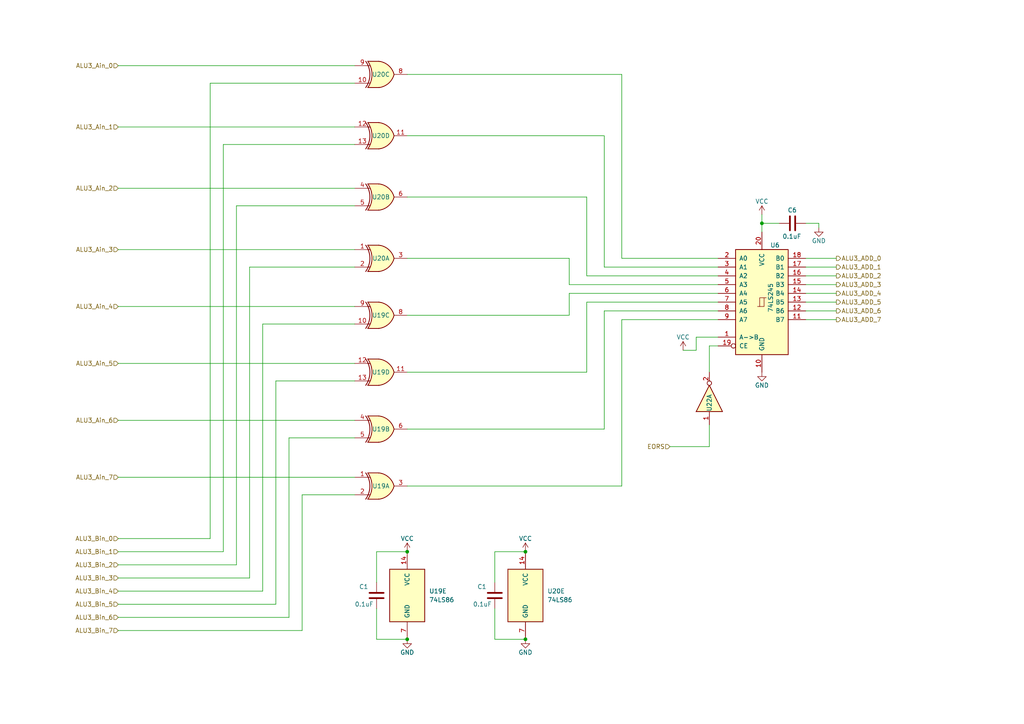
<source format=kicad_sch>
(kicad_sch (version 20230121) (generator eeschema)
  (paper "A4")
  (title_block (title "PRP-6502 -- ALU3 : EORS") (date "2023-07-10") (rev "1") (company "PRP-DIY"))
  (lib_symbols
    (symbol "74xx:74LS04"
      (property "Reference" "U" (at 0 1.27 0))
      (property "Value" "74LS04" (at 0 -1.27 0))
      (symbol "74LS04_1_0"
        (polyline (pts (xy -3.81 3.81) (xy -3.81 -3.81) (xy 3.81 0) (xy -3.81 3.81)) (stroke (width 0.254)) (fill (type background)))
        (pin input line (at -7.62 0 0) (length 3.81) (name "~") (number "1"))
        (pin output inverted (at 7.62 0 180) (length 3.81) (name "~") (number "2"))
      )
      (symbol "74LS04_2_0"
        (polyline (pts (xy -3.81 3.81) (xy -3.81 -3.81) (xy 3.81 0) (xy -3.81 3.81)) (stroke (width 0.254)) (fill (type background)))
        (pin input line (at -7.62 0 0) (length 3.81) (name "~") (number "3"))
        (pin output inverted (at 7.62 0 180) (length 3.81) (name "~") (number "4"))
      )
      (symbol "74LS04_3_0"
        (polyline (pts (xy -3.81 3.81) (xy -3.81 -3.81) (xy 3.81 0) (xy -3.81 3.81)) (stroke (width 0.254)) (fill (type background)))
        (pin input line (at -7.62 0 0) (length 3.81) (name "~") (number "5"))
        (pin output inverted (at 7.62 0 180) (length 3.81) (name "~") (number "6"))
      )
      (symbol "74LS04_4_0"
        (polyline (pts (xy -3.81 3.81) (xy -3.81 -3.81) (xy 3.81 0) (xy -3.81 3.81)) (stroke (width 0.254)) (fill (type background)))
        (pin output inverted (at 7.62 0 180) (length 3.81) (name "~") (number "8"))
        (pin input line (at -7.62 0 0) (length 3.81) (name "~") (number "9"))
      )
      (symbol "74LS04_5_0"
        (polyline (pts (xy -3.81 3.81) (xy -3.81 -3.81) (xy 3.81 0) (xy -3.81 3.81)) (stroke (width 0.254)) (fill (type background)))
        (pin output inverted (at 7.62 0 180) (length 3.81) (name "~") (number "10"))
        (pin input line (at -7.62 0 0) (length 3.81) (name "~") (number "11"))
      )
      (symbol "74LS04_6_0"
        (polyline (pts (xy -3.81 3.81) (xy -3.81 -3.81) (xy 3.81 0) (xy -3.81 3.81)) (stroke (width 0.254)) (fill (type background)))
        (pin output inverted (at 7.62 0 180) (length 3.81) (name "~") (number "12"))
        (pin input line (at -7.62 0 0) (length 3.81) (name "~") (number "13"))
      )
      (symbol "74LS04_7_0"
        (pin power_in line (at 0 12.7 270) (length 5.08) (name "VCC") (number "14"))
        (pin power_in line (at 0 -12.7 90) (length 5.08) (name "GND") (number "7"))
      )
      (symbol "74LS04_7_1"
        (rectangle (start -5.08 7.62) (end 5.08 -7.62) (stroke (width 0.254)) (fill (type background)))
      )
    )
    (symbol "74xx:74LS245" (pin_names (offset 1.016))
      (property "Reference" "U" (at -7.62 16.51 0))
      (property "Value" "74LS245" (at -7.62 -16.51 0))
      (symbol "74LS245_1_0"
        (polyline (pts (xy -0.635 -1.27) (xy -0.635 1.27) (xy 0.635 1.27)))
        (polyline (pts (xy -1.27 -1.27) (xy 0.635 -1.27) (xy 0.635 1.27) (xy 1.27 1.27)))
        (pin input line (at -12.7 -10.16 0) (length 5.08) (name "A->B") (number "1"))
        (pin power_in line (at 0 -20.32 90) (length 5.08) (name "GND") (number "10"))
        (pin tri_state line (at 12.7 -5.08 180) (length 5.08) (name "B7") (number "11"))
        (pin tri_state line (at 12.7 -2.54 180) (length 5.08) (name "B6") (number "12"))
        (pin tri_state line (at 12.7 0 180) (length 5.08) (name "B5") (number "13"))
        (pin tri_state line (at 12.7 2.54 180) (length 5.08) (name "B4") (number "14"))
        (pin tri_state line (at 12.7 5.08 180) (length 5.08) (name "B3") (number "15"))
        (pin tri_state line (at 12.7 7.62 180) (length 5.08) (name "B2") (number "16"))
        (pin tri_state line (at 12.7 10.16 180) (length 5.08) (name "B1") (number "17"))
        (pin tri_state line (at 12.7 12.7 180) (length 5.08) (name "B0") (number "18"))
        (pin input inverted (at -12.7 -12.7 0) (length 5.08) (name "CE") (number "19"))
        (pin tri_state line (at -12.7 12.7 0) (length 5.08) (name "A0") (number "2"))
        (pin power_in line (at 0 20.32 270) (length 5.08) (name "VCC") (number "20"))
        (pin tri_state line (at -12.7 10.16 0) (length 5.08) (name "A1") (number "3"))
        (pin tri_state line (at -12.7 7.62 0) (length 5.08) (name "A2") (number "4"))
        (pin tri_state line (at -12.7 5.08 0) (length 5.08) (name "A3") (number "5"))
        (pin tri_state line (at -12.7 2.54 0) (length 5.08) (name "A4") (number "6"))
        (pin tri_state line (at -12.7 0 0) (length 5.08) (name "A5") (number "7"))
        (pin tri_state line (at -12.7 -2.54 0) (length 5.08) (name "A6") (number "8"))
        (pin tri_state line (at -12.7 -5.08 0) (length 5.08) (name "A7") (number "9"))
      )
      (symbol "74LS245_1_1"
        (rectangle (start -7.62 15.24) (end 7.62 -15.24) (stroke (width 0.254)) (fill (type background)))
      )
    )
    (symbol "74xx:74LS86" (pin_names (offset 1.016))
      (property "Reference" "U" (at 0 1.27 0))
      (property "Value" "74LS86" (at 0 -1.27 0))
      (symbol "74LS86_1_0"
        (arc (start -4.4196 -3.81) (mid -3.2033 0) (end -4.4196 3.81) (stroke (width 0.254)))
        (arc (start -3.81 -3.81) (mid -2.589 0) (end -3.81 3.81) (stroke (width 0.254)))
        (arc (start -0.6096 -3.81) (mid 2.1842 -2.5851) (end 3.81 0) (stroke (width 0.254)) (fill (type background)))
        (polyline (pts (xy -3.81 -3.81) (xy -0.635 -3.81)) (stroke (width 0.254)) (fill (type background)))
        (polyline (pts (xy -3.81 3.81) (xy -0.635 3.81)) (stroke (width 0.254)) (fill (type background)))
        (polyline (pts (xy -0.635 3.81) (xy -3.81 3.81) (xy -3.81 3.81) (xy -3.556 3.4036) (xy -3.0226 2.2606) (xy -2.6924 1.0414) (xy -2.6162 -0.254) (xy -2.7686 -1.4986) (xy -3.175 -2.7178) (xy -3.81 -3.81) (xy -3.81 -3.81) (xy -0.635 -3.81)) (stroke (width -25.4)) (fill (type background)))
        (arc (start 3.81 0) (mid 2.1915 2.5936) (end -0.6096 3.81) (stroke (width 0.254)) (fill (type background)))
        (pin input line (at -7.62 2.54 0) (length 4.445) (name "~") (number "1"))
        (pin input line (at -7.62 -2.54 0) (length 4.445) (name "~") (number "2"))
        (pin output line (at 7.62 0 180) (length 3.81) (name "~") (number "3"))
      )
      (symbol "74LS86_1_1"
        (polyline (pts (xy -3.81 -2.54) (xy -3.175 -2.54)) (stroke (width 0.1524)))
        (polyline (pts (xy -3.81 2.54) (xy -3.175 2.54)) (stroke (width 0.1524)))
      )
      (symbol "74LS86_2_0"
        (arc (start -4.4196 -3.81) (mid -3.2033 0) (end -4.4196 3.81) (stroke (width 0.254)))
        (arc (start -3.81 -3.81) (mid -2.589 0) (end -3.81 3.81) (stroke (width 0.254)))
        (arc (start -0.6096 -3.81) (mid 2.1842 -2.5851) (end 3.81 0) (stroke (width 0.254)) (fill (type background)))
        (polyline (pts (xy -3.81 -3.81) (xy -0.635 -3.81)) (stroke (width 0.254)) (fill (type background)))
        (polyline (pts (xy -3.81 3.81) (xy -0.635 3.81)) (stroke (width 0.254)) (fill (type background)))
        (polyline (pts (xy -0.635 3.81) (xy -3.81 3.81) (xy -3.81 3.81) (xy -3.556 3.4036) (xy -3.0226 2.2606) (xy -2.6924 1.0414) (xy -2.6162 -0.254) (xy -2.7686 -1.4986) (xy -3.175 -2.7178) (xy -3.81 -3.81) (xy -3.81 -3.81) (xy -0.635 -3.81)) (stroke (width -25.4)) (fill (type background)))
        (arc (start 3.81 0) (mid 2.1915 2.5936) (end -0.6096 3.81) (stroke (width 0.254)) (fill (type background)))
        (pin input line (at -7.62 2.54 0) (length 4.445) (name "~") (number "4"))
        (pin input line (at -7.62 -2.54 0) (length 4.445) (name "~") (number "5"))
        (pin output line (at 7.62 0 180) (length 3.81) (name "~") (number "6"))
      )
      (symbol "74LS86_2_1"
        (polyline (pts (xy -3.81 -2.54) (xy -3.175 -2.54)) (stroke (width 0.1524)))
        (polyline (pts (xy -3.81 2.54) (xy -3.175 2.54)) (stroke (width 0.1524)))
      )
      (symbol "74LS86_3_0"
        (arc (start -4.4196 -3.81) (mid -3.2033 0) (end -4.4196 3.81) (stroke (width 0.254)))
        (arc (start -3.81 -3.81) (mid -2.589 0) (end -3.81 3.81) (stroke (width 0.254)))
        (arc (start -0.6096 -3.81) (mid 2.1842 -2.5851) (end 3.81 0) (stroke (width 0.254)) (fill (type background)))
        (polyline (pts (xy -3.81 -3.81) (xy -0.635 -3.81)) (stroke (width 0.254)) (fill (type background)))
        (polyline (pts (xy -3.81 3.81) (xy -0.635 3.81)) (stroke (width 0.254)) (fill (type background)))
        (polyline (pts (xy -0.635 3.81) (xy -3.81 3.81) (xy -3.81 3.81) (xy -3.556 3.4036) (xy -3.0226 2.2606) (xy -2.6924 1.0414) (xy -2.6162 -0.254) (xy -2.7686 -1.4986) (xy -3.175 -2.7178) (xy -3.81 -3.81) (xy -3.81 -3.81) (xy -0.635 -3.81)) (stroke (width -25.4)) (fill (type background)))
        (arc (start 3.81 0) (mid 2.1915 2.5936) (end -0.6096 3.81) (stroke (width 0.254)) (fill (type background)))
        (pin input line (at -7.62 -2.54 0) (length 4.445) (name "~") (number "10"))
        (pin output line (at 7.62 0 180) (length 3.81) (name "~") (number "8"))
        (pin input line (at -7.62 2.54 0) (length 4.445) (name "~") (number "9"))
      )
      (symbol "74LS86_3_1"
        (polyline (pts (xy -3.81 -2.54) (xy -3.175 -2.54)) (stroke (width 0.1524)))
        (polyline (pts (xy -3.81 2.54) (xy -3.175 2.54)) (stroke (width 0.1524)))
      )
      (symbol "74LS86_4_0"
        (arc (start -4.4196 -3.81) (mid -3.2033 0) (end -4.4196 3.81) (stroke (width 0.254)))
        (arc (start -3.81 -3.81) (mid -2.589 0) (end -3.81 3.81) (stroke (width 0.254)))
        (arc (start -0.6096 -3.81) (mid 2.1842 -2.5851) (end 3.81 0) (stroke (width 0.254)) (fill (type background)))
        (polyline (pts (xy -3.81 -3.81) (xy -0.635 -3.81)) (stroke (width 0.254)) (fill (type background)))
        (polyline (pts (xy -3.81 3.81) (xy -0.635 3.81)) (stroke (width 0.254)) (fill (type background)))
        (polyline (pts (xy -0.635 3.81) (xy -3.81 3.81) (xy -3.81 3.81) (xy -3.556 3.4036) (xy -3.0226 2.2606) (xy -2.6924 1.0414) (xy -2.6162 -0.254) (xy -2.7686 -1.4986) (xy -3.175 -2.7178) (xy -3.81 -3.81) (xy -3.81 -3.81) (xy -0.635 -3.81)) (stroke (width -25.4)) (fill (type background)))
        (arc (start 3.81 0) (mid 2.1915 2.5936) (end -0.6096 3.81) (stroke (width 0.254)) (fill (type background)))
        (pin output line (at 7.62 0 180) (length 3.81) (name "~") (number "11"))
        (pin input line (at -7.62 2.54 0) (length 4.445) (name "~") (number "12"))
        (pin input line (at -7.62 -2.54 0) (length 4.445) (name "~") (number "13"))
      )
      (symbol "74LS86_4_1"
        (polyline (pts (xy -3.81 -2.54) (xy -3.175 -2.54)) (stroke (width 0.1524)))
        (polyline (pts (xy -3.81 2.54) (xy -3.175 2.54)) (stroke (width 0.1524)))
      )
      (symbol "74LS86_5_0"
        (pin power_in line (at 0 12.7 270) (length 5.08) (name "VCC") (number "14"))
        (pin power_in line (at 0 -12.7 90) (length 5.08) (name "GND") (number "7"))
      )
      (symbol "74LS86_5_1"
        (rectangle (start -5.08 7.62) (end 5.08 -7.62) (stroke (width 0.254)) (fill (type background)))
      )
    )
    (symbol "Device:C" (pin_numbers hide) (pin_names (offset 0.254))
      (property "Reference" "C" (at 0.635 2.54 0))
      (property "Value" "C" (at 0.635 -2.54 0))
      (symbol "C_0_1"
        (polyline (pts (xy -2.032 -0.762) (xy 2.032 -0.762)) (stroke (width 0.508)))
        (polyline (pts (xy -2.032 0.762) (xy 2.032 0.762)) (stroke (width 0.508)))
      )
      (symbol "C_1_1"
        (pin passive line (at 0 3.81 270) (length 2.794) (name "~") (number "1"))
        (pin passive line (at 0 -3.81 90) (length 2.794) (name "~") (number "2"))
      )
    )
    (symbol "power:GND" (power) (pin_names (offset 0))
      (property "Value" "GND" (at 0 -3.81 0))
      (symbol "GND_0_1"
        (polyline (pts (xy 0 0) (xy 0 -1.27) (xy 1.27 -1.27) (xy 0 -2.54) (xy -1.27 -1.27) (xy 0 -1.27)))
      )
      (symbol "GND_1_1"
        (pin power_in line (at 0 0 270) (length 0) hide (name "GND") (number "1"))
      )
    )
    (symbol "power:VCC" (power) (pin_names (offset 0))
      (property "Value" "VCC" (at 0 3.81 0))
      (symbol "VCC_0_1"
        (polyline (pts (xy -0.762 1.27) (xy 0 2.54)))
        (polyline (pts (xy 0 0) (xy 0 2.54)))
        (polyline (pts (xy 0 2.54) (xy 0.762 1.27)))
      )
      (symbol "VCC_1_1"
        (pin power_in line (at 0 0 90) (length 0) hide (name "VCC") (number "1"))
      )
    )
  )
  (junction (at 152.4 160.02))
  (junction (at 152.4 185.42))
  (junction (at 118.11 185.42))
  (junction (at 220.98 64.77))
  (junction (at 118.11 160.02))
  (wire (pts (xy 83.82 179.07) (xy 83.82 127)))
  (wire (pts (xy 233.68 92.71) (xy 242.57 92.71)))
  (wire (pts (xy 170.18 87.63) (xy 208.28 87.63)))
  (wire (pts (xy 201.93 101.6) (xy 201.93 97.79)))
  (wire (pts (xy 118.11 107.95) (xy 170.18 107.95)))
  (wire (pts (xy 68.58 59.69) (xy 102.87 59.69)))
  (wire (pts (xy 34.29 138.43) (xy 102.87 138.43)))
  (wire (pts (xy 68.58 163.83) (xy 68.58 59.69)))
  (wire (pts (xy 34.29 156.21) (xy 60.96 156.21)))
  (wire (pts (xy 143.51 160.02) (xy 152.4 160.02)))
  (wire (pts (xy 165.1 74.93) (xy 165.1 82.55)))
  (wire (pts (xy 220.98 64.77) (xy 226.06 64.77)))
  (wire (pts (xy 64.77 160.02) (xy 64.77 41.91)))
  (wire (pts (xy 109.22 185.42) (xy 118.11 185.42)))
  (wire (pts (xy 205.74 129.54) (xy 205.74 123.19)))
  (wire (pts (xy 175.26 90.17) (xy 208.28 90.17)))
  (wire (pts (xy 205.74 107.95) (xy 205.74 100.33)))
  (wire (pts (xy 109.22 168.91) (xy 109.22 160.02)))
  (wire (pts (xy 102.87 72.39) (xy 34.29 72.39)))
  (wire (pts (xy 180.34 92.71) (xy 180.34 140.97)))
  (wire (pts (xy 34.29 171.45) (xy 76.2 171.45)))
  (wire (pts (xy 175.26 39.37) (xy 175.26 77.47)))
  (wire (pts (xy 201.93 97.79) (xy 208.28 97.79)))
  (wire (pts (xy 198.12 101.6) (xy 201.93 101.6)))
  (wire (pts (xy 72.39 77.47) (xy 72.39 167.64)))
  (wire (pts (xy 233.68 82.55) (xy 242.57 82.55)))
  (wire (pts (xy 109.22 160.02) (xy 118.11 160.02)))
  (wire (pts (xy 220.98 62.23) (xy 220.98 64.77)))
  (wire (pts (xy 143.51 168.91) (xy 143.51 160.02)))
  (wire (pts (xy 76.2 171.45) (xy 76.2 93.98)))
  (wire (pts (xy 34.29 179.07) (xy 83.82 179.07)))
  (wire (pts (xy 118.11 74.93) (xy 165.1 74.93)))
  (wire (pts (xy 34.29 163.83) (xy 68.58 163.83)))
  (wire (pts (xy 220.98 64.77) (xy 220.98 67.31)))
  (wire (pts (xy 170.18 107.95) (xy 170.18 87.63)))
  (wire (pts (xy 80.01 175.26) (xy 34.29 175.26)))
  (wire (pts (xy 102.87 77.47) (xy 72.39 77.47)))
  (wire (pts (xy 34.29 19.05) (xy 102.87 19.05)))
  (wire (pts (xy 102.87 110.49) (xy 80.01 110.49)))
  (wire (pts (xy 118.11 91.44) (xy 165.1 91.44)))
  (wire (pts (xy 143.51 185.42) (xy 152.4 185.42)))
  (wire (pts (xy 76.2 93.98) (xy 102.87 93.98)))
  (wire (pts (xy 80.01 110.49) (xy 80.01 175.26)))
  (wire (pts (xy 102.87 54.61) (xy 34.29 54.61)))
  (wire (pts (xy 165.1 85.09) (xy 208.28 85.09)))
  (wire (pts (xy 237.49 64.77) (xy 237.49 66.04)))
  (wire (pts (xy 233.68 74.93) (xy 242.57 74.93)))
  (wire (pts (xy 118.11 39.37) (xy 175.26 39.37)))
  (wire (pts (xy 60.96 156.21) (xy 60.96 24.13)))
  (wire (pts (xy 170.18 80.01) (xy 208.28 80.01)))
  (wire (pts (xy 102.87 143.51) (xy 87.63 143.51)))
  (wire (pts (xy 34.29 121.92) (xy 102.87 121.92)))
  (wire (pts (xy 165.1 82.55) (xy 208.28 82.55)))
  (wire (pts (xy 175.26 124.46) (xy 175.26 90.17)))
  (wire (pts (xy 87.63 143.51) (xy 87.63 182.88)))
  (wire (pts (xy 208.28 92.71) (xy 180.34 92.71)))
  (wire (pts (xy 64.77 41.91) (xy 102.87 41.91)))
  (wire (pts (xy 118.11 57.15) (xy 170.18 57.15)))
  (wire (pts (xy 180.34 21.59) (xy 180.34 74.93)))
  (wire (pts (xy 87.63 182.88) (xy 34.29 182.88)))
  (wire (pts (xy 194.31 129.54) (xy 205.74 129.54)))
  (wire (pts (xy 233.68 77.47) (xy 242.57 77.47)))
  (wire (pts (xy 83.82 127) (xy 102.87 127)))
  (wire (pts (xy 233.68 85.09) (xy 242.57 85.09)))
  (wire (pts (xy 233.68 90.17) (xy 242.57 90.17)))
  (wire (pts (xy 175.26 77.47) (xy 208.28 77.47)))
  (wire (pts (xy 109.22 176.53) (xy 109.22 185.42)))
  (wire (pts (xy 233.68 87.63) (xy 242.57 87.63)))
  (wire (pts (xy 60.96 24.13) (xy 102.87 24.13)))
  (wire (pts (xy 102.87 105.41) (xy 34.29 105.41)))
  (wire (pts (xy 165.1 91.44) (xy 165.1 85.09)))
  (wire (pts (xy 205.74 100.33) (xy 208.28 100.33)))
  (wire (pts (xy 72.39 167.64) (xy 34.29 167.64)))
  (wire (pts (xy 118.11 124.46) (xy 175.26 124.46)))
  (wire (pts (xy 233.68 80.01) (xy 242.57 80.01)))
  (wire (pts (xy 118.11 21.59) (xy 180.34 21.59)))
  (wire (pts (xy 180.34 140.97) (xy 118.11 140.97)))
  (wire (pts (xy 102.87 88.9) (xy 34.29 88.9)))
  (wire (pts (xy 143.51 176.53) (xy 143.51 185.42)))
  (wire (pts (xy 34.29 36.83) (xy 102.87 36.83)))
  (wire (pts (xy 34.29 160.02) (xy 64.77 160.02)))
  (wire (pts (xy 233.68 64.77) (xy 237.49 64.77)))
  (wire (pts (xy 170.18 57.15) (xy 170.18 80.01)))
  (wire (pts (xy 180.34 74.93) (xy 208.28 74.93)))
  (hierarchical_label "ALU3_ADD_5" (shape output) (at 242.57 87.63 0))
  (hierarchical_label "EORS" (shape input) (at 194.31 129.54 180))
  (hierarchical_label "ALU3_Bin_0" (shape input) (at 34.29 156.21 180))
  (hierarchical_label "ALU3_ADD_2" (shape output) (at 242.57 80.01 0))
  (hierarchical_label "ALU3_Bin_2" (shape input) (at 34.29 163.83 180))
  (hierarchical_label "ALU3_Bin_3" (shape input) (at 34.29 167.64 180))
  (hierarchical_label "ALU3_ADD_3" (shape output) (at 242.57 82.55 0))
  (hierarchical_label "ALU3_ADD_1" (shape output) (at 242.57 77.47 0))
  (hierarchical_label "ALU3_Ain_2" (shape input) (at 34.29 54.61 180))
  (hierarchical_label "ALU3_Ain_6" (shape input) (at 34.29 121.92 180))
  (hierarchical_label "ALU3_Ain_0" (shape input) (at 34.29 19.05 180))
  (hierarchical_label "ALU3_Ain_5" (shape input) (at 34.29 105.41 180))
  (hierarchical_label "ALU3_Ain_4" (shape input) (at 34.29 88.9 180))
  (hierarchical_label "ALU3_Ain_3" (shape input) (at 34.29 72.39 180))
  (hierarchical_label "ALU3_ADD_7" (shape output) (at 242.57 92.71 0))
  (hierarchical_label "ALU3_ADD_6" (shape output) (at 242.57 90.17 0))
  (hierarchical_label "ALU3_Ain_1" (shape input) (at 34.29 36.83 180))
  (hierarchical_label "ALU3_Bin_6" (shape input) (at 34.29 179.07 180))
  (hierarchical_label "ALU3_ADD_4" (shape output) (at 242.57 85.09 0))
  (hierarchical_label "ALU3_ADD_0" (shape output) (at 242.57 74.93 0))
  (hierarchical_label "ALU3_Bin_5" (shape input) (at 34.29 175.26 180))
  (hierarchical_label "ALU3_Ain_7" (shape input) (at 34.29 138.43 180))
  (hierarchical_label "ALU3_Bin_7" (shape input) (at 34.29 182.88 180))
  (hierarchical_label "ALU3_Bin_4" (shape input) (at 34.29 171.45 180))
  (hierarchical_label "ALU3_Bin_1" (shape input) (at 34.29 160.02 180))
  (symbol (lib_id "Device:C") (at 229.87 64.77 90) (unit 1)
    (property "Reference" "C6" (at 231.14 60.96 90) (effects (justify left)))
    (property "Value" "0.1uF" (at 232.41 68.58 90) (effects (justify left)))
    (instances (project "8bit_CPU-V0_1" (path "" (reference "C6") (unit 1)) (path "" (reference "C16") (unit 1)) (path "" (reference "C13") (unit 1)) (path "" (reference "C21") (unit 1))))
  )
  (symbol (lib_id "power:VCC") (at 118.11 160.02 0) (unit 1)
    (property "Reference" "#PWR06" (effects hide))
    (property "Value" "VCC" (at 118.11 156.21 0))
    (instances (project "8bit_CPU-V0_1" (path "" (reference "#PWR06") (unit 1)) (path "" (reference "#PWR028") (unit 1)) (path "" (reference "#PWR060") (unit 1)) (path "" (reference "#PWR070") (unit 1)) (path "" (reference "#PWR078") (unit 1))))
  )
  (symbol (lib_id "Device:C") (at 109.22 172.72 0) (unit 1)
    (property "Reference" "C1" (at 104.14 170.18 0) (effects (justify left)))
    (property "Value" "0.1uF" (at 102.87 175.26 0) (effects (justify left)))
    (instances (project "8bit_CPU-V0_1" (path "" (reference "C1") (unit 1)) (path "" (reference "C13") (unit 1)) (path "" (reference "C20") (unit 1)) (path "" (reference "C23") (unit 1)) (path "" (reference "C19") (unit 1))))
  )
  (symbol (lib_id "74xx:74LS86") (at 110.49 91.44 0) (unit 3)
    (property "Reference" "U19" (at 110.49 91.44 0))
    (property "Value" "74LS86" (effects hide))
    (property "Datasheet" "74xx/74ls86.pdf" (effects hide))
  )
  (symbol (lib_id "74xx:74LS86") (at 110.49 124.46 0) (unit 2)
    (property "Reference" "U19" (at 110.49 124.46 0))
    (property "Value" "74LS86" (effects hide))
    (property "Datasheet" "74xx/74ls86.pdf" (effects hide))
  )
  (symbol (lib_id "74xx:74LS86") (at 110.49 21.59 0) (unit 3)
    (property "Reference" "U20" (at 110.49 21.59 0))
    (property "Value" "74LS86" (effects hide))
    (property "Datasheet" "74xx/74ls86.pdf" (effects hide))
  )
  (symbol (lib_id "Device:C") (at 143.51 172.72 0) (unit 1)
    (property "Reference" "C1" (at 138.43 170.18 0) (effects (justify left)))
    (property "Value" "0.1uF" (at 137.16 175.26 0) (effects (justify left)))
    (instances (project "8bit_CPU-V0_1" (path "" (reference "C1") (unit 1)) (path "" (reference "C13") (unit 1)) (path "" (reference "C20") (unit 1)) (path "" (reference "C23") (unit 1)) (path "" (reference "C20") (unit 1))))
  )
  (symbol (lib_id "74xx:74LS245") (at 220.98 87.63 0) (unit 1)
    (property "Reference" "U6" (at 224.79 71.12 0))
    (property "Value" "74LS245" (at 223.52 86.36 90))
    (property "Datasheet" "http://www.ti.com/lit/gpn/sn74LS245" (effects hide))
    (instances (project "8bit_CPU-V0_1" (path "" (reference "U6") (unit 1)) (path "" (reference "U16") (unit 1)) (path "" (reference "U13") (unit 1)) (path "" (reference "U21") (unit 1))))
  )
  (symbol (lib_id "74xx:74LS04") (at 205.74 115.57 90) (unit 1)
    (property "Reference" "U22" (at 205.74 116.84 0))
    (property "Value" "74LS04" (effects hide))
    (property "Datasheet" "http://www.ti.com/lit/gpn/sn74LS04" (effects hide))
    (instances (project "8bit_CPU-V0_1" (path "" (reference "U22") (unit 1)) (path "" (reference "U26") (unit 3))))
  )
  (symbol (lib_id "74xx:74LS86") (at 110.49 140.97 0) (unit 1)
    (property "Reference" "U19" (at 110.49 140.97 0))
    (property "Value" "74LS86" (effects hide))
    (property "Datasheet" "74xx/74ls86.pdf" (effects hide))
  )
  (symbol (lib_id "74xx:74LS86") (at 110.49 57.15 0) (unit 2)
    (property "Reference" "U20" (at 110.49 57.15 0))
    (property "Value" "74LS86" (effects hide))
    (property "Datasheet" "74xx/74ls86.pdf" (effects hide))
  )
  (symbol (lib_id "74xx:74LS86") (at 110.49 107.95 0) (unit 4)
    (property "Reference" "U19" (at 110.49 107.95 0))
    (property "Value" "74LS86" (effects hide))
    (property "Datasheet" "74xx/74ls86.pdf" (effects hide))
  )
  (symbol (lib_id "power:GND") (at 118.11 185.42 0) (unit 1)
    (property "Reference" "#PWR05" (effects hide))
    (property "Value" "GND" (at 118.11 189.23 0))
    (instances (project "8bit_CPU-V0_1" (path "" (reference "#PWR05") (unit 1)) (path "" (reference "#PWR029") (unit 1)) (path "" (reference "#PWR061") (unit 1)) (path "" (reference "#PWR071") (unit 1)) (path "" (reference "#PWR079") (unit 1))))
  )
  (symbol (lib_id "74xx:74LS86") (at 118.11 172.72 0) (unit 5)
    (property "Reference" "U19" (at 124.46 171.45 0) (effects (justify left)))
    (property "Value" "74LS86" (at 124.46 173.99 0) (effects (justify left)))
    (property "Datasheet" "74xx/74ls86.pdf" (effects hide))
  )
  (symbol (lib_id "power:VCC") (at 220.98 62.23 0) (unit 1)
    (property "Reference" "#PWR016" (effects hide))
    (property "Value" "VCC" (at 220.98 58.42 0))
    (instances (project "8bit_CPU-V0_1" (path "" (reference "#PWR016") (unit 1)) (path "" (reference "#PWR043") (unit 1)) (path "" (reference "#PWR064") (unit 1)) (path "" (reference "#PWR076") (unit 1))))
  )
  (symbol (lib_id "power:GND") (at 220.98 107.95 0) (unit 1)
    (property "Reference" "#PWR021" (effects hide))
    (property "Value" "GND" (at 220.98 111.76 0))
    (instances (project "8bit_CPU-V0_1" (path "" (reference "#PWR021") (unit 1)) (path "" (reference "#PWR042") (unit 1)) (path "" (reference "#PWR029") (unit 1)) (path "" (reference "#PWR075") (unit 1))))
  )
  (symbol (lib_id "74xx:74LS86") (at 110.49 74.93 0) (unit 1)
    (property "Reference" "U20" (at 110.49 74.93 0))
    (property "Value" "74LS86" (effects hide))
    (property "Datasheet" "74xx/74ls86.pdf" (effects hide))
  )
  (symbol (lib_id "power:GND") (at 237.49 66.04 0) (unit 1)
    (property "Reference" "#PWR017" (effects hide))
    (property "Value" "GND" (at 237.49 69.85 0))
    (instances (project "8bit_CPU-V0_1" (path "" (reference "#PWR017") (unit 1)) (path "" (reference "#PWR044") (unit 1)) (path "" (reference "#PWR065") (unit 1)) (path "" (reference "#PWR077") (unit 1))))
  )
  (symbol (lib_id "74xx:74LS86") (at 152.4 172.72 0) (unit 5)
    (property "Reference" "U20" (at 158.75 171.45 0) (effects (justify left)))
    (property "Value" "74LS86" (at 158.75 173.99 0) (effects (justify left)))
    (property "Datasheet" "74xx/74ls86.pdf" (effects hide))
  )
  (symbol (lib_id "power:VCC") (at 198.12 101.6 0) (unit 1)
    (property "Reference" "#PWR022" (effects hide))
    (property "Value" "VCC" (at 198.12 97.79 0))
    (instances (project "8bit_CPU-V0_1" (path "" (reference "#PWR022") (unit 1)) (path "" (reference "#PWR041") (unit 1)) (path "" (reference "#PWR028") (unit 1)) (path "" (reference "#PWR074") (unit 1))))
  )
  (symbol (lib_id "74xx:74LS86") (at 110.49 39.37 0) (unit 4)
    (property "Reference" "U20" (at 110.49 39.37 0))
    (property "Value" "74LS86" (effects hide))
    (property "Datasheet" "74xx/74ls86.pdf" (effects hide))
  )
  (symbol (lib_id "power:VCC") (at 152.4 160.02 0) (unit 1)
    (property "Reference" "#PWR06" (effects hide))
    (property "Value" "VCC" (at 152.4 156.21 0))
    (instances (project "8bit_CPU-V0_1" (path "" (reference "#PWR06") (unit 1)) (path "" (reference "#PWR028") (unit 1)) (path "" (reference "#PWR060") (unit 1)) (path "" (reference "#PWR070") (unit 1)) (path "" (reference "#PWR072") (unit 1))))
  )
  (symbol (lib_id "power:GND") (at 152.4 185.42 0) (unit 1)
    (property "Reference" "#PWR05" (effects hide))
    (property "Value" "GND" (at 152.4 189.23 0))
    (instances (project "8bit_CPU-V0_1" (path "" (reference "#PWR05") (unit 1)) (path "" (reference "#PWR029") (unit 1)) (path "" (reference "#PWR061") (unit 1)) (path "" (reference "#PWR071") (unit 1)) (path "" (reference "#PWR073") (unit 1))))
  )
)
</source>
